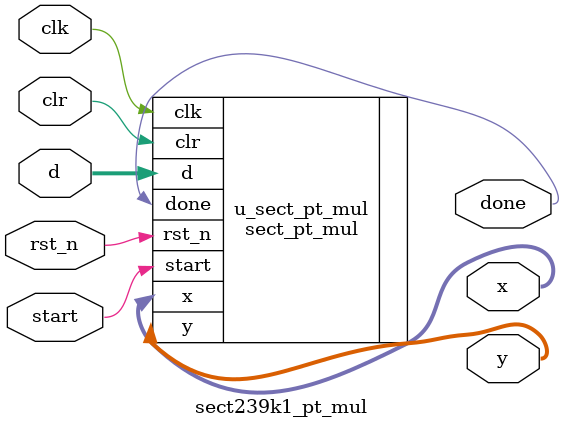
<source format=v>


module sect239k1_pt_mul (
    // System signals
    input clk,                      // system clock
    input rst_n,                    // system asynchronous reset, active low
    input clr,                      // synchronous clear

    // Data interface
    input start,                    // computation start
    input [238:0] d,                // input scalar
    output done,                    // computation done
    output [238:0] x,               // output x coordinate of d*G
    output [238:0] y                // output y coordinate of d*G
);

// Local parameters
localparam M = 239;                 // degree of f(x)
localparam FX = 239'h4000000000000000000000000000000000000001;      // binary representation of f(x)
localparam B = 239'h1;              // coefficient b of E
localparam XG = 239'h29a0b6a887a983e9730988a68727a8b2d126c44cc2cc7b2a6555193035dc;      // x coordinate of G
localparam YG = 239'h76310804f12e549bdb011c103089e73510acb275fc312a5dc6b76553f0ca;      // y coordinate of G
localparam XG_SQR = 239'h3c3e838af38497537a481cc7945af8d36a0e5486d7f06b6cf3e13a1ef99b;  // squaring of x coordinate of G
localparam XG_INV = 239'h742f119ea71524979524c0c5d545eaa801e6d7dee1c7583debc936bc8a90;  // inversion of x coordinate of G
localparam NUM_CYCLE_MUL = 4;       // number of computation cycles minus 1 in f2m_mul module (= NUM_SEG)


// Instance
sect_pt_mul #(
    .M              (M),
    .FX             (FX),
    .B              (B),
    .XG             (XG),
    .YG             (YG),
    .XG_SQR         (XG_SQR),
    .XG_INV         (XG_INV),
    .NUM_CYCLE_MUL  (NUM_CYCLE_MUL)
) u_sect_pt_mul (
    .clk            (clk),
    .rst_n          (rst_n),
    .clr            (clr),
    .start          (start),
    .d              (d),
    .done           (done),
    .x              (x),
    .y              (y)
);


endmodule

</source>
